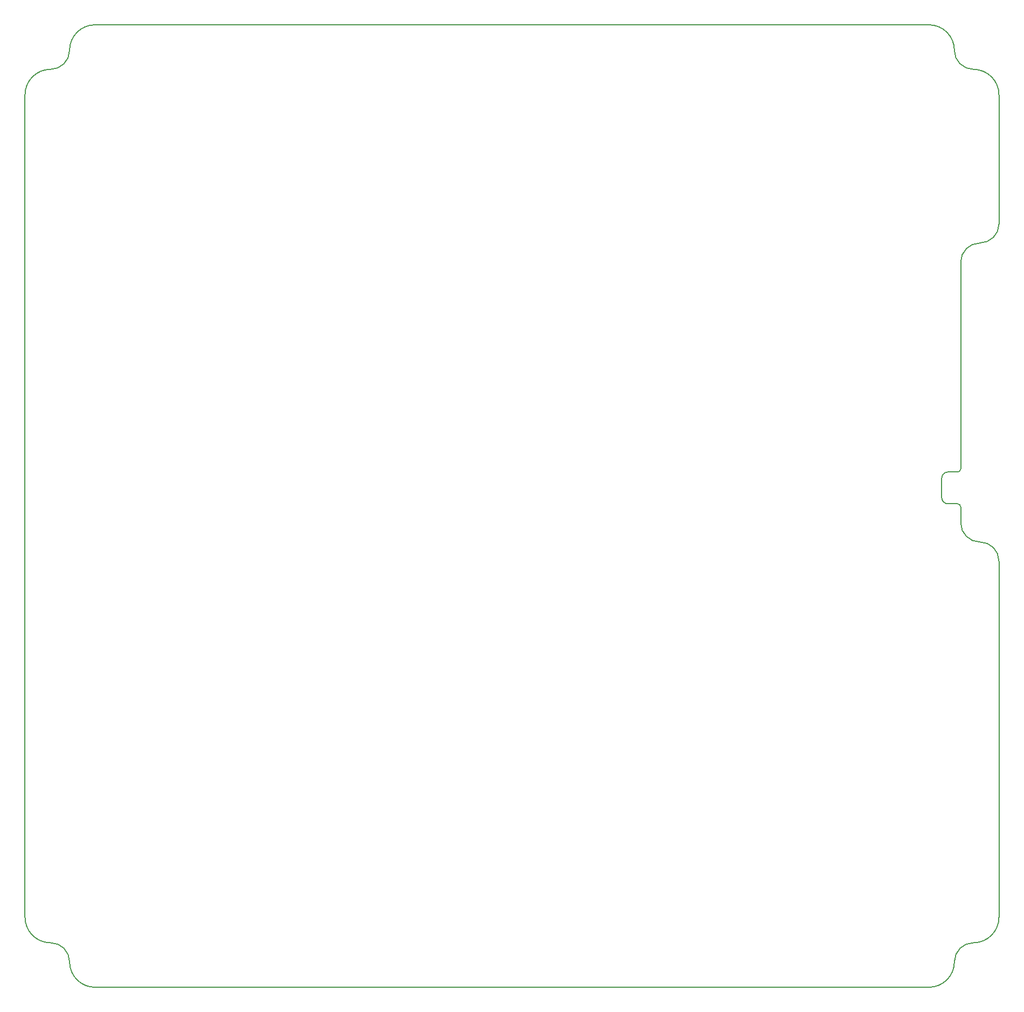
<source format=gko>
G75*
G70*
%OFA0B0*%
%FSLAX25Y25*%
%IPPOS*%
%LPD*%
%AMOC8*
5,1,8,0,0,1.08239X$1,22.5*
%
%ADD62C,0.00787*%
X0000000Y0000000D02*
%LPD*%
G01*
D62*
X0015748Y0568110D02*
G75*
G03*
X0027559Y0579921I0000000J0011811D01*
G01*
X0602362Y0472441D02*
X0602362Y0552362D01*
X0027559Y0015748D02*
G75*
G03*
X0043307Y0000000I0015748J0000000D01*
G01*
X0043307Y0595669D02*
X0559055Y0595669D01*
X0586614Y0027559D02*
G75*
G03*
X0602362Y0043307I0000000J0015748D01*
G01*
X0576772Y0299213D02*
X0570866Y0299213D01*
X0043307Y0000000D02*
X0559055Y0000000D01*
X0566929Y0303150D02*
G75*
G03*
X0570866Y0299213I0003937J0000000D01*
G01*
X0015748Y0027559D02*
G75*
G02*
X0000000Y0043307I0000000J0015748D01*
G01*
X0566929Y0303150D02*
X0566929Y0314961D01*
X0578740Y0448819D02*
G75*
G02*
X0590551Y0460630I0011811J0000000D01*
G01*
X0586614Y0027559D02*
G75*
G03*
X0574803Y0015748I0000000J-011811D01*
G01*
X0027559Y0579921D02*
G75*
G02*
X0043307Y0595669I0015748J0000000D01*
G01*
X0000000Y0043307D02*
X0000000Y0552362D01*
X0574803Y0579921D02*
G75*
G03*
X0559055Y0595669I-015748J0000000D01*
G01*
X0590551Y0275591D02*
G75*
G02*
X0602362Y0263780I0000000J-011811D01*
G01*
X0570866Y0318898D02*
X0576772Y0318898D01*
X0015748Y0027559D02*
G75*
G02*
X0027559Y0015748I0000000J-011811D01*
G01*
X0586614Y0568110D02*
G75*
G02*
X0574803Y0579921I0000000J0011811D01*
G01*
X0576772Y0299213D02*
G75*
G02*
X0578740Y0297244I0000000J-001969D01*
G01*
X0576772Y0318898D02*
G75*
G03*
X0578740Y0320866I0000000J0001969D01*
G01*
X0566929Y0314961D02*
G75*
G02*
X0570866Y0318898I0003937J0000000D01*
G01*
X0578740Y0320866D02*
X0578740Y0448819D01*
X0578740Y0287402D02*
X0578740Y0297244D01*
X0590551Y0460630D02*
G75*
G03*
X0602362Y0472441I0000000J0011811D01*
G01*
X0574803Y0015748D02*
G75*
G02*
X0559055Y0000000I-015748J0000000D01*
G01*
X0015748Y0568110D02*
G75*
G03*
X0000000Y0552362I0000000J-015748D01*
G01*
X0578740Y0287402D02*
G75*
G03*
X0590551Y0275591I0011811J0000000D01*
G01*
X0602362Y0043307D02*
X0602362Y0263780D01*
X0586614Y0568110D02*
G75*
G02*
X0602362Y0552362I0000000J-015748D01*
G01*
X0268307Y0038878D02*
G01*
G75*
X0233392Y0097884D02*
G01*
G75*
M02*

</source>
